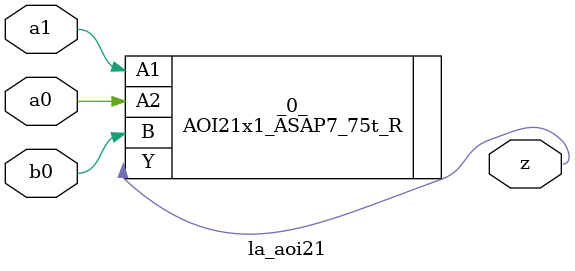
<source format=v>

/* Generated by Yosys 0.44 (git sha1 80ba43d26, g++ 11.4.0-1ubuntu1~22.04 -fPIC -O3) */

(* top =  1  *)
(* src = "generated" *)
module la_aoi21 (
    a0,
    a1,
    b0,
    z
);
  (* src = "generated" *)
  input a0;
  wire a0;
  (* src = "generated" *)
  input a1;
  wire a1;
  (* src = "generated" *)
  input b0;
  wire b0;
  (* src = "generated" *)
  output z;
  wire z;
  AOI21x1_ASAP7_75t_R _0_ (
      .A1(a1),
      .A2(a0),
      .B (b0),
      .Y (z)
  );
endmodule

</source>
